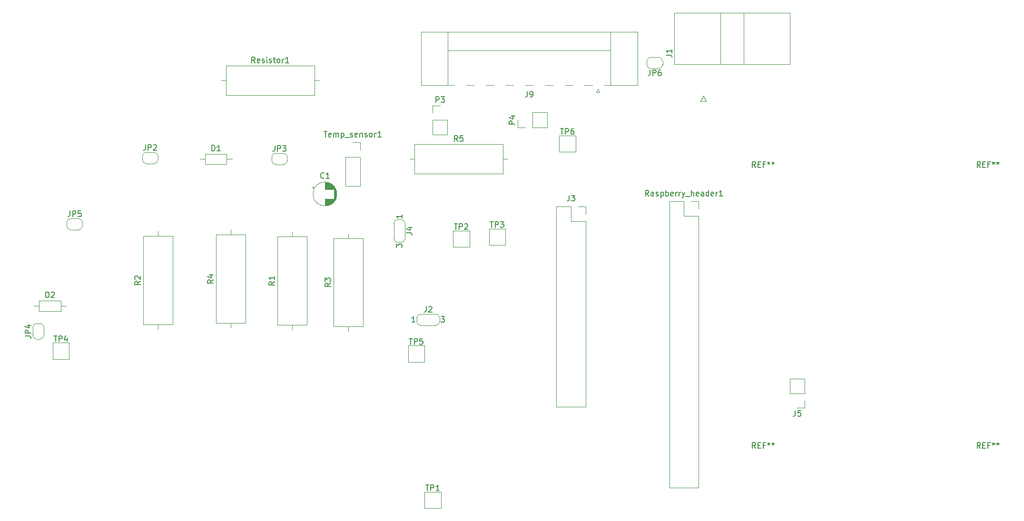
<source format=gbr>
%TF.GenerationSoftware,KiCad,Pcbnew,(5.1.9-0-10_14)*%
%TF.CreationDate,2021-02-25T13:28:52+00:00*%
%TF.ProjectId,base8x,62617365-3878-42e6-9b69-6361645f7063,rev?*%
%TF.SameCoordinates,Original*%
%TF.FileFunction,Legend,Top*%
%TF.FilePolarity,Positive*%
%FSLAX46Y46*%
G04 Gerber Fmt 4.6, Leading zero omitted, Abs format (unit mm)*
G04 Created by KiCad (PCBNEW (5.1.9-0-10_14)) date 2021-02-25 13:28:52*
%MOMM*%
%LPD*%
G01*
G04 APERTURE LIST*
%ADD10C,0.120000*%
%ADD11C,0.150000*%
G04 APERTURE END LIST*
D10*
%TO.C,Raspberry_header1*%
X-221690000Y-52340000D02*
X-219090000Y-52340000D01*
X-221690000Y-52340000D02*
X-221690000Y-103260000D01*
X-221690000Y-103260000D02*
X-216490000Y-103260000D01*
X-216490000Y-54940000D02*
X-216490000Y-103260000D01*
X-219090000Y-54940000D02*
X-216490000Y-54940000D01*
X-219090000Y-52340000D02*
X-219090000Y-54940000D01*
X-216490000Y-52340000D02*
X-216490000Y-53670000D01*
X-217820000Y-52340000D02*
X-216490000Y-52340000D01*
%TO.C,D2*%
X-329011640Y-70898520D02*
X-329961640Y-70898520D01*
X-334751640Y-70898520D02*
X-333801640Y-70898520D01*
X-329961640Y-69978520D02*
X-333801640Y-69978520D01*
X-329961640Y-71818520D02*
X-329961640Y-69978520D01*
X-333801640Y-71818520D02*
X-329961640Y-71818520D01*
X-333801640Y-69978520D02*
X-333801640Y-71818520D01*
%TO.C,D1*%
X-299490000Y-44800000D02*
X-300440000Y-44800000D01*
X-305230000Y-44800000D02*
X-304280000Y-44800000D01*
X-300440000Y-43880000D02*
X-304280000Y-43880000D01*
X-300440000Y-45720000D02*
X-300440000Y-43880000D01*
X-304280000Y-45720000D02*
X-300440000Y-45720000D01*
X-304280000Y-43880000D02*
X-304280000Y-45720000D01*
%TO.C,Resistor1*%
X-283990000Y-30810000D02*
X-284840000Y-30810000D01*
X-301430000Y-30810000D02*
X-300580000Y-30810000D01*
X-284840000Y-28190000D02*
X-300580000Y-28190000D01*
X-284840000Y-33430000D02*
X-284840000Y-28190000D01*
X-300580000Y-33430000D02*
X-284840000Y-33430000D01*
X-300580000Y-28190000D02*
X-300580000Y-33430000D01*
%TO.C,R5*%
X-250461600Y-44780200D02*
X-251311600Y-44780200D01*
X-267901600Y-44780200D02*
X-267051600Y-44780200D01*
X-251311600Y-42160200D02*
X-267051600Y-42160200D01*
X-251311600Y-47400200D02*
X-251311600Y-42160200D01*
X-267051600Y-47400200D02*
X-251311600Y-47400200D01*
X-267051600Y-42160200D02*
X-267051600Y-47400200D01*
%TO.C,R4*%
X-299690000Y-57410000D02*
X-299690000Y-58260000D01*
X-299690000Y-74850000D02*
X-299690000Y-74000000D01*
X-302310000Y-58260000D02*
X-302310000Y-74000000D01*
X-297070000Y-58260000D02*
X-302310000Y-58260000D01*
X-297070000Y-74000000D02*
X-297070000Y-58260000D01*
X-302310000Y-74000000D02*
X-297070000Y-74000000D01*
%TO.C,R3*%
X-278810000Y-58020000D02*
X-278810000Y-58870000D01*
X-278810000Y-75460000D02*
X-278810000Y-74610000D01*
X-281430000Y-58870000D02*
X-281430000Y-74610000D01*
X-276190000Y-58870000D02*
X-281430000Y-58870000D01*
X-276190000Y-74610000D02*
X-276190000Y-58870000D01*
X-281430000Y-74610000D02*
X-276190000Y-74610000D01*
%TO.C,R2*%
X-312650000Y-57640000D02*
X-312650000Y-58490000D01*
X-312650000Y-75080000D02*
X-312650000Y-74230000D01*
X-315270000Y-58490000D02*
X-315270000Y-74230000D01*
X-310030000Y-58490000D02*
X-315270000Y-58490000D01*
X-310030000Y-74230000D02*
X-310030000Y-58490000D01*
X-315270000Y-74230000D02*
X-310030000Y-74230000D01*
%TO.C,R1*%
X-288790000Y-57720000D02*
X-288790000Y-58570000D01*
X-288790000Y-75160000D02*
X-288790000Y-74310000D01*
X-291410000Y-58570000D02*
X-291410000Y-74310000D01*
X-286170000Y-58570000D02*
X-291410000Y-58570000D01*
X-286170000Y-74310000D02*
X-286170000Y-58570000D01*
X-291410000Y-74310000D02*
X-286170000Y-74310000D01*
%TO.C,TP5*%
X-268170000Y-80890000D02*
X-268170000Y-77990000D01*
X-265270000Y-80890000D02*
X-268170000Y-80890000D01*
X-265270000Y-77990000D02*
X-265270000Y-80890000D01*
X-268170000Y-77990000D02*
X-265270000Y-77990000D01*
%TO.C,TP4*%
X-331386000Y-80380000D02*
X-331386000Y-77480000D01*
X-328486000Y-80380000D02*
X-331386000Y-80380000D01*
X-328486000Y-77480000D02*
X-328486000Y-80380000D01*
X-331386000Y-77480000D02*
X-328486000Y-77480000D01*
%TO.C,TP3*%
X-253770000Y-60090000D02*
X-253770000Y-57190000D01*
X-250870000Y-60090000D02*
X-253770000Y-60090000D01*
X-250870000Y-57190000D02*
X-250870000Y-60090000D01*
X-253770000Y-57190000D02*
X-250870000Y-57190000D01*
%TO.C,TP2*%
X-260140000Y-60430000D02*
X-260140000Y-57530000D01*
X-257240000Y-60430000D02*
X-260140000Y-60430000D01*
X-257240000Y-57530000D02*
X-257240000Y-60430000D01*
X-260140000Y-57530000D02*
X-257240000Y-57530000D01*
%TO.C,J1*%
X-215120600Y-34506400D02*
X-215620600Y-33506400D01*
X-216120600Y-34506400D02*
X-215120600Y-34506400D01*
X-215620600Y-33506400D02*
X-216120600Y-34506400D01*
X-200250600Y-27886400D02*
X-220830600Y-27886400D01*
X-200250600Y-18766400D02*
X-200250600Y-27886400D01*
X-220830600Y-18766400D02*
X-200250600Y-18766400D01*
X-220830600Y-27886400D02*
X-220830600Y-18766400D01*
X-208490600Y-27886400D02*
X-208490600Y-18766400D01*
X-212590600Y-27886400D02*
X-212590600Y-18766400D01*
%TO.C,J2*%
X-266004500Y-72367900D02*
X-263204500Y-72367900D01*
X-262554500Y-73067900D02*
X-262554500Y-73667900D01*
X-263204500Y-74367900D02*
X-266004500Y-74367900D01*
X-266654500Y-73667900D02*
X-266654500Y-73067900D01*
X-263254500Y-72367900D02*
G75*
G02*
X-262554500Y-73067900I0J-700000D01*
G01*
X-262554500Y-73667900D02*
G75*
G02*
X-263254500Y-74367900I-700000J0D01*
G01*
X-265954500Y-74367900D02*
G75*
G02*
X-266654500Y-73667900I0J700000D01*
G01*
X-266654500Y-73067900D02*
G75*
G02*
X-265954500Y-72367900I700000J0D01*
G01*
%TO.C,J3*%
X-237910000Y-53240000D02*
X-236580000Y-53240000D01*
X-236580000Y-53240000D02*
X-236580000Y-54570000D01*
X-239180000Y-53240000D02*
X-239180000Y-55840000D01*
X-239180000Y-55840000D02*
X-236580000Y-55840000D01*
X-236580000Y-55840000D02*
X-236580000Y-88920000D01*
X-241780000Y-88920000D02*
X-236580000Y-88920000D01*
X-241780000Y-53240000D02*
X-241780000Y-88920000D01*
X-241780000Y-53240000D02*
X-239180000Y-53240000D01*
%TO.C,J4*%
X-270020000Y-55520000D02*
X-269420000Y-55520000D01*
X-270720000Y-58970000D02*
X-270720000Y-56170000D01*
X-269420000Y-59620000D02*
X-270020000Y-59620000D01*
X-268720000Y-56170000D02*
X-268720000Y-58970000D01*
X-269420000Y-55520000D02*
G75*
G02*
X-268720000Y-56220000I0J-700000D01*
G01*
X-270720000Y-56220000D02*
G75*
G02*
X-270020000Y-55520000I700000J0D01*
G01*
X-270020000Y-59620000D02*
G75*
G02*
X-270720000Y-58920000I0J700000D01*
G01*
X-268720000Y-58920000D02*
G75*
G02*
X-269420000Y-59620000I-700000J0D01*
G01*
%TO.C,J9*%
X-234065800Y-32902200D02*
X-234665800Y-32902200D01*
X-234365800Y-32302200D02*
X-234065800Y-32902200D01*
X-234665800Y-32902200D02*
X-234365800Y-32302200D01*
X-261075800Y-31612200D02*
X-261075800Y-22192200D01*
X-232155800Y-31612200D02*
X-232155800Y-22192200D01*
X-232155800Y-25502200D02*
X-261075800Y-25502200D01*
X-256415800Y-31612200D02*
X-257815800Y-31612200D01*
X-252915800Y-31612200D02*
X-254315800Y-31612200D01*
X-249415800Y-31612200D02*
X-250815800Y-31612200D01*
X-245915800Y-31612200D02*
X-247315800Y-31612200D01*
X-242415800Y-31612200D02*
X-243815800Y-31612200D01*
X-238915800Y-31612200D02*
X-240315800Y-31612200D01*
X-235415800Y-31612200D02*
X-236815800Y-31612200D01*
X-265875800Y-31612200D02*
X-259915800Y-31612200D01*
X-227355800Y-31612200D02*
X-233315800Y-31612200D01*
X-265875800Y-22192200D02*
X-265875800Y-31612200D01*
X-227355800Y-22192200D02*
X-265875800Y-22192200D01*
X-227355800Y-31612200D02*
X-227355800Y-22192200D01*
%TO.C,JP2*%
X-314770000Y-43590000D02*
X-313370000Y-43590000D01*
X-312670000Y-44290000D02*
X-312670000Y-44890000D01*
X-313370000Y-45590000D02*
X-314770000Y-45590000D01*
X-315470000Y-44890000D02*
X-315470000Y-44290000D01*
X-313370000Y-43590000D02*
G75*
G02*
X-312670000Y-44290000I0J-700000D01*
G01*
X-312670000Y-44890000D02*
G75*
G02*
X-313370000Y-45590000I-700000J0D01*
G01*
X-314770000Y-45590000D02*
G75*
G02*
X-315470000Y-44890000I0J700000D01*
G01*
X-315470000Y-44290000D02*
G75*
G02*
X-314770000Y-43590000I700000J0D01*
G01*
%TO.C,JP3*%
X-292440000Y-45050000D02*
X-292440000Y-44450000D01*
X-290340000Y-45750000D02*
X-291740000Y-45750000D01*
X-289640000Y-44450000D02*
X-289640000Y-45050000D01*
X-291740000Y-43750000D02*
X-290340000Y-43750000D01*
X-292440000Y-44450000D02*
G75*
G02*
X-291740000Y-43750000I700000J0D01*
G01*
X-291740000Y-45750000D02*
G75*
G02*
X-292440000Y-45050000I0J700000D01*
G01*
X-289640000Y-45050000D02*
G75*
G02*
X-290340000Y-45750000I-700000J0D01*
G01*
X-290340000Y-43750000D02*
G75*
G02*
X-289640000Y-44450000I0J-700000D01*
G01*
%TO.C,JP4*%
X-334974600Y-76137500D02*
X-334974600Y-74737500D01*
X-334274600Y-74037500D02*
X-333674600Y-74037500D01*
X-332974600Y-74737500D02*
X-332974600Y-76137500D01*
X-333674600Y-76837500D02*
X-334274600Y-76837500D01*
X-334974600Y-74737500D02*
G75*
G02*
X-334274600Y-74037500I700000J0D01*
G01*
X-333674600Y-74037500D02*
G75*
G02*
X-332974600Y-74737500I0J-700000D01*
G01*
X-332974600Y-76137500D02*
G75*
G02*
X-333674600Y-76837500I-700000J0D01*
G01*
X-334274600Y-76837500D02*
G75*
G02*
X-334974600Y-76137500I0J700000D01*
G01*
%TO.C,JP5*%
X-328200000Y-55370000D02*
X-326800000Y-55370000D01*
X-326100000Y-56070000D02*
X-326100000Y-56670000D01*
X-326800000Y-57370000D02*
X-328200000Y-57370000D01*
X-328900000Y-56670000D02*
X-328900000Y-56070000D01*
X-326800000Y-55370000D02*
G75*
G02*
X-326100000Y-56070000I0J-700000D01*
G01*
X-326100000Y-56670000D02*
G75*
G02*
X-326800000Y-57370000I-700000J0D01*
G01*
X-328200000Y-57370000D02*
G75*
G02*
X-328900000Y-56670000I0J700000D01*
G01*
X-328900000Y-56070000D02*
G75*
G02*
X-328200000Y-55370000I700000J0D01*
G01*
%TO.C,JP6*%
X-222882000Y-27386000D02*
X-222882000Y-27986000D01*
X-224982000Y-26686000D02*
X-223582000Y-26686000D01*
X-225682000Y-27986000D02*
X-225682000Y-27386000D01*
X-223582000Y-28686000D02*
X-224982000Y-28686000D01*
X-222882000Y-27986000D02*
G75*
G02*
X-223582000Y-28686000I-700000J0D01*
G01*
X-223582000Y-26686000D02*
G75*
G02*
X-222882000Y-27386000I0J-700000D01*
G01*
X-225682000Y-27386000D02*
G75*
G02*
X-224982000Y-26686000I700000J0D01*
G01*
X-224982000Y-28686000D02*
G75*
G02*
X-225682000Y-27986000I0J700000D01*
G01*
%TO.C,P3*%
X-263830000Y-40450000D02*
X-261170000Y-40450000D01*
X-263830000Y-37850000D02*
X-263830000Y-40450000D01*
X-261170000Y-37850000D02*
X-261170000Y-40450000D01*
X-263830000Y-37850000D02*
X-261170000Y-37850000D01*
X-263830000Y-36580000D02*
X-263830000Y-35250000D01*
X-263830000Y-35250000D02*
X-262500000Y-35250000D01*
%TO.C,P4*%
X-248630000Y-39170000D02*
X-248630000Y-37840000D01*
X-247300000Y-39170000D02*
X-248630000Y-39170000D01*
X-246030000Y-39170000D02*
X-246030000Y-36510000D01*
X-246030000Y-36510000D02*
X-243430000Y-36510000D01*
X-246030000Y-39170000D02*
X-243430000Y-39170000D01*
X-243430000Y-39170000D02*
X-243430000Y-36510000D01*
%TO.C,Temp_sensor1*%
X-278020000Y-41820000D02*
X-276690000Y-41820000D01*
X-276690000Y-41820000D02*
X-276690000Y-43150000D01*
X-276690000Y-44420000D02*
X-276690000Y-49560000D01*
X-279350000Y-49560000D02*
X-276690000Y-49560000D01*
X-279350000Y-44420000D02*
X-279350000Y-49560000D01*
X-279350000Y-44420000D02*
X-276690000Y-44420000D01*
%TO.C,TP1*%
X-265230000Y-104030000D02*
X-262330000Y-104030000D01*
X-262330000Y-104030000D02*
X-262330000Y-106930000D01*
X-262330000Y-106930000D02*
X-265230000Y-106930000D01*
X-265230000Y-106930000D02*
X-265230000Y-104030000D01*
%TO.C,TP6*%
X-241260000Y-43530000D02*
X-241260000Y-40630000D01*
X-238360000Y-43530000D02*
X-241260000Y-43530000D01*
X-238360000Y-40630000D02*
X-238360000Y-43530000D01*
X-241260000Y-40630000D02*
X-238360000Y-40630000D01*
%TO.C,C1*%
X-280848000Y-51003200D02*
G75*
G03*
X-280848000Y-51003200I-2120000J0D01*
G01*
X-282968000Y-51843200D02*
X-282968000Y-53083200D01*
X-282968000Y-48923200D02*
X-282968000Y-50163200D01*
X-282928000Y-51843200D02*
X-282928000Y-53083200D01*
X-282928000Y-48923200D02*
X-282928000Y-50163200D01*
X-282888000Y-51843200D02*
X-282888000Y-53082200D01*
X-282888000Y-48924200D02*
X-282888000Y-50163200D01*
X-282848000Y-48926200D02*
X-282848000Y-50163200D01*
X-282848000Y-51843200D02*
X-282848000Y-53080200D01*
X-282808000Y-48929200D02*
X-282808000Y-50163200D01*
X-282808000Y-51843200D02*
X-282808000Y-53077200D01*
X-282768000Y-48932200D02*
X-282768000Y-50163200D01*
X-282768000Y-51843200D02*
X-282768000Y-53074200D01*
X-282728000Y-48936200D02*
X-282728000Y-50163200D01*
X-282728000Y-51843200D02*
X-282728000Y-53070200D01*
X-282688000Y-48941200D02*
X-282688000Y-50163200D01*
X-282688000Y-51843200D02*
X-282688000Y-53065200D01*
X-282648000Y-48947200D02*
X-282648000Y-50163200D01*
X-282648000Y-51843200D02*
X-282648000Y-53059200D01*
X-282608000Y-48953200D02*
X-282608000Y-50163200D01*
X-282608000Y-51843200D02*
X-282608000Y-53053200D01*
X-282568000Y-48961200D02*
X-282568000Y-50163200D01*
X-282568000Y-51843200D02*
X-282568000Y-53045200D01*
X-282528000Y-48969200D02*
X-282528000Y-50163200D01*
X-282528000Y-51843200D02*
X-282528000Y-53037200D01*
X-282488000Y-48978200D02*
X-282488000Y-50163200D01*
X-282488000Y-51843200D02*
X-282488000Y-53028200D01*
X-282448000Y-48987200D02*
X-282448000Y-50163200D01*
X-282448000Y-51843200D02*
X-282448000Y-53019200D01*
X-282408000Y-48998200D02*
X-282408000Y-50163200D01*
X-282408000Y-51843200D02*
X-282408000Y-53008200D01*
X-282368000Y-49009200D02*
X-282368000Y-50163200D01*
X-282368000Y-51843200D02*
X-282368000Y-52997200D01*
X-282328000Y-49021200D02*
X-282328000Y-50163200D01*
X-282328000Y-51843200D02*
X-282328000Y-52985200D01*
X-282288000Y-49035200D02*
X-282288000Y-50163200D01*
X-282288000Y-51843200D02*
X-282288000Y-52971200D01*
X-282247000Y-49049200D02*
X-282247000Y-50163200D01*
X-282247000Y-51843200D02*
X-282247000Y-52957200D01*
X-282207000Y-49063200D02*
X-282207000Y-50163200D01*
X-282207000Y-51843200D02*
X-282207000Y-52943200D01*
X-282167000Y-49079200D02*
X-282167000Y-50163200D01*
X-282167000Y-51843200D02*
X-282167000Y-52927200D01*
X-282127000Y-49096200D02*
X-282127000Y-50163200D01*
X-282127000Y-51843200D02*
X-282127000Y-52910200D01*
X-282087000Y-49114200D02*
X-282087000Y-50163200D01*
X-282087000Y-51843200D02*
X-282087000Y-52892200D01*
X-282047000Y-49133200D02*
X-282047000Y-50163200D01*
X-282047000Y-51843200D02*
X-282047000Y-52873200D01*
X-282007000Y-49152200D02*
X-282007000Y-50163200D01*
X-282007000Y-51843200D02*
X-282007000Y-52854200D01*
X-281967000Y-49173200D02*
X-281967000Y-50163200D01*
X-281967000Y-51843200D02*
X-281967000Y-52833200D01*
X-281927000Y-49195200D02*
X-281927000Y-50163200D01*
X-281927000Y-51843200D02*
X-281927000Y-52811200D01*
X-281887000Y-49218200D02*
X-281887000Y-50163200D01*
X-281887000Y-51843200D02*
X-281887000Y-52788200D01*
X-281847000Y-49243200D02*
X-281847000Y-50163200D01*
X-281847000Y-51843200D02*
X-281847000Y-52763200D01*
X-281807000Y-49268200D02*
X-281807000Y-50163200D01*
X-281807000Y-51843200D02*
X-281807000Y-52738200D01*
X-281767000Y-49295200D02*
X-281767000Y-50163200D01*
X-281767000Y-51843200D02*
X-281767000Y-52711200D01*
X-281727000Y-49323200D02*
X-281727000Y-50163200D01*
X-281727000Y-51843200D02*
X-281727000Y-52683200D01*
X-281687000Y-49353200D02*
X-281687000Y-50163200D01*
X-281687000Y-51843200D02*
X-281687000Y-52653200D01*
X-281647000Y-49384200D02*
X-281647000Y-50163200D01*
X-281647000Y-51843200D02*
X-281647000Y-52622200D01*
X-281607000Y-49416200D02*
X-281607000Y-50163200D01*
X-281607000Y-51843200D02*
X-281607000Y-52590200D01*
X-281567000Y-49451200D02*
X-281567000Y-50163200D01*
X-281567000Y-51843200D02*
X-281567000Y-52555200D01*
X-281527000Y-49487200D02*
X-281527000Y-50163200D01*
X-281527000Y-51843200D02*
X-281527000Y-52519200D01*
X-281487000Y-49525200D02*
X-281487000Y-50163200D01*
X-281487000Y-51843200D02*
X-281487000Y-52481200D01*
X-281447000Y-49565200D02*
X-281447000Y-50163200D01*
X-281447000Y-51843200D02*
X-281447000Y-52441200D01*
X-281407000Y-49607200D02*
X-281407000Y-50163200D01*
X-281407000Y-51843200D02*
X-281407000Y-52399200D01*
X-281367000Y-49652200D02*
X-281367000Y-52354200D01*
X-281327000Y-49699200D02*
X-281327000Y-52307200D01*
X-281287000Y-49749200D02*
X-281287000Y-52257200D01*
X-281247000Y-49803200D02*
X-281247000Y-52203200D01*
X-281207000Y-49861200D02*
X-281207000Y-52145200D01*
X-281167000Y-49923200D02*
X-281167000Y-52083200D01*
X-281127000Y-49990200D02*
X-281127000Y-52016200D01*
X-281087000Y-50063200D02*
X-281087000Y-51943200D01*
X-281047000Y-50144200D02*
X-281047000Y-51862200D01*
X-281007000Y-50235200D02*
X-281007000Y-51771200D01*
X-280967000Y-50339200D02*
X-280967000Y-51667200D01*
X-280927000Y-50466200D02*
X-280927000Y-51540200D01*
X-280887000Y-50633200D02*
X-280887000Y-51373200D01*
X-285237801Y-49808200D02*
X-284837801Y-49808200D01*
X-285037801Y-49608200D02*
X-285037801Y-50008200D01*
%TO.C,J5*%
X-197600000Y-89080000D02*
X-198930000Y-89080000D01*
X-197600000Y-87750000D02*
X-197600000Y-89080000D01*
X-197600000Y-86480000D02*
X-200260000Y-86480000D01*
X-200260000Y-86480000D02*
X-200260000Y-83880000D01*
X-197600000Y-86480000D02*
X-197600000Y-83880000D01*
X-197600000Y-83880000D02*
X-200260000Y-83880000D01*
%TO.C,REF\u002A\u002A*%
D11*
X-166333333Y-96252380D02*
X-166666666Y-95776190D01*
X-166904761Y-96252380D02*
X-166904761Y-95252380D01*
X-166523809Y-95252380D01*
X-166428571Y-95300000D01*
X-166380952Y-95347619D01*
X-166333333Y-95442857D01*
X-166333333Y-95585714D01*
X-166380952Y-95680952D01*
X-166428571Y-95728571D01*
X-166523809Y-95776190D01*
X-166904761Y-95776190D01*
X-165904761Y-95728571D02*
X-165571428Y-95728571D01*
X-165428571Y-96252380D02*
X-165904761Y-96252380D01*
X-165904761Y-95252380D01*
X-165428571Y-95252380D01*
X-164666666Y-95728571D02*
X-165000000Y-95728571D01*
X-165000000Y-96252380D02*
X-165000000Y-95252380D01*
X-164523809Y-95252380D01*
X-164000000Y-95252380D02*
X-164000000Y-95490476D01*
X-164238095Y-95395238D02*
X-164000000Y-95490476D01*
X-163761904Y-95395238D01*
X-164142857Y-95680952D02*
X-164000000Y-95490476D01*
X-163857142Y-95680952D01*
X-163238095Y-95252380D02*
X-163238095Y-95490476D01*
X-163476190Y-95395238D02*
X-163238095Y-95490476D01*
X-163000000Y-95395238D01*
X-163380952Y-95680952D02*
X-163238095Y-95490476D01*
X-163095238Y-95680952D01*
X-166333333Y-46252380D02*
X-166666666Y-45776190D01*
X-166904761Y-46252380D02*
X-166904761Y-45252380D01*
X-166523809Y-45252380D01*
X-166428571Y-45300000D01*
X-166380952Y-45347619D01*
X-166333333Y-45442857D01*
X-166333333Y-45585714D01*
X-166380952Y-45680952D01*
X-166428571Y-45728571D01*
X-166523809Y-45776190D01*
X-166904761Y-45776190D01*
X-165904761Y-45728571D02*
X-165571428Y-45728571D01*
X-165428571Y-46252380D02*
X-165904761Y-46252380D01*
X-165904761Y-45252380D01*
X-165428571Y-45252380D01*
X-164666666Y-45728571D02*
X-165000000Y-45728571D01*
X-165000000Y-46252380D02*
X-165000000Y-45252380D01*
X-164523809Y-45252380D01*
X-164000000Y-45252380D02*
X-164000000Y-45490476D01*
X-164238095Y-45395238D02*
X-164000000Y-45490476D01*
X-163761904Y-45395238D01*
X-164142857Y-45680952D02*
X-164000000Y-45490476D01*
X-163857142Y-45680952D01*
X-163238095Y-45252380D02*
X-163238095Y-45490476D01*
X-163476190Y-45395238D02*
X-163238095Y-45490476D01*
X-163000000Y-45395238D01*
X-163380952Y-45680952D02*
X-163238095Y-45490476D01*
X-163095238Y-45680952D01*
X-206333333Y-46252380D02*
X-206666666Y-45776190D01*
X-206904761Y-46252380D02*
X-206904761Y-45252380D01*
X-206523809Y-45252380D01*
X-206428571Y-45300000D01*
X-206380952Y-45347619D01*
X-206333333Y-45442857D01*
X-206333333Y-45585714D01*
X-206380952Y-45680952D01*
X-206428571Y-45728571D01*
X-206523809Y-45776190D01*
X-206904761Y-45776190D01*
X-205904761Y-45728571D02*
X-205571428Y-45728571D01*
X-205428571Y-46252380D02*
X-205904761Y-46252380D01*
X-205904761Y-45252380D01*
X-205428571Y-45252380D01*
X-204666666Y-45728571D02*
X-205000000Y-45728571D01*
X-205000000Y-46252380D02*
X-205000000Y-45252380D01*
X-204523809Y-45252380D01*
X-204000000Y-45252380D02*
X-204000000Y-45490476D01*
X-204238095Y-45395238D02*
X-204000000Y-45490476D01*
X-203761904Y-45395238D01*
X-204142857Y-45680952D02*
X-204000000Y-45490476D01*
X-203857142Y-45680952D01*
X-203238095Y-45252380D02*
X-203238095Y-45490476D01*
X-203476190Y-45395238D02*
X-203238095Y-45490476D01*
X-203000000Y-45395238D01*
X-203380952Y-45680952D02*
X-203238095Y-45490476D01*
X-203095238Y-45680952D01*
X-206333333Y-96252380D02*
X-206666666Y-95776190D01*
X-206904761Y-96252380D02*
X-206904761Y-95252380D01*
X-206523809Y-95252380D01*
X-206428571Y-95300000D01*
X-206380952Y-95347619D01*
X-206333333Y-95442857D01*
X-206333333Y-95585714D01*
X-206380952Y-95680952D01*
X-206428571Y-95728571D01*
X-206523809Y-95776190D01*
X-206904761Y-95776190D01*
X-205904761Y-95728571D02*
X-205571428Y-95728571D01*
X-205428571Y-96252380D02*
X-205904761Y-96252380D01*
X-205904761Y-95252380D01*
X-205428571Y-95252380D01*
X-204666666Y-95728571D02*
X-205000000Y-95728571D01*
X-205000000Y-96252380D02*
X-205000000Y-95252380D01*
X-204523809Y-95252380D01*
X-204000000Y-95252380D02*
X-204000000Y-95490476D01*
X-204238095Y-95395238D02*
X-204000000Y-95490476D01*
X-203761904Y-95395238D01*
X-204142857Y-95680952D02*
X-204000000Y-95490476D01*
X-203857142Y-95680952D01*
X-203238095Y-95252380D02*
X-203238095Y-95490476D01*
X-203476190Y-95395238D02*
X-203238095Y-95490476D01*
X-203000000Y-95395238D01*
X-203380952Y-95680952D02*
X-203238095Y-95490476D01*
X-203095238Y-95680952D01*
%TO.C,Raspberry_header1*%
X-225351904Y-51352380D02*
X-225685238Y-50876190D01*
X-225923333Y-51352380D02*
X-225923333Y-50352380D01*
X-225542380Y-50352380D01*
X-225447142Y-50400000D01*
X-225399523Y-50447619D01*
X-225351904Y-50542857D01*
X-225351904Y-50685714D01*
X-225399523Y-50780952D01*
X-225447142Y-50828571D01*
X-225542380Y-50876190D01*
X-225923333Y-50876190D01*
X-224494761Y-51352380D02*
X-224494761Y-50828571D01*
X-224542380Y-50733333D01*
X-224637619Y-50685714D01*
X-224828095Y-50685714D01*
X-224923333Y-50733333D01*
X-224494761Y-51304761D02*
X-224590000Y-51352380D01*
X-224828095Y-51352380D01*
X-224923333Y-51304761D01*
X-224970952Y-51209523D01*
X-224970952Y-51114285D01*
X-224923333Y-51019047D01*
X-224828095Y-50971428D01*
X-224590000Y-50971428D01*
X-224494761Y-50923809D01*
X-224066190Y-51304761D02*
X-223970952Y-51352380D01*
X-223780476Y-51352380D01*
X-223685238Y-51304761D01*
X-223637619Y-51209523D01*
X-223637619Y-51161904D01*
X-223685238Y-51066666D01*
X-223780476Y-51019047D01*
X-223923333Y-51019047D01*
X-224018571Y-50971428D01*
X-224066190Y-50876190D01*
X-224066190Y-50828571D01*
X-224018571Y-50733333D01*
X-223923333Y-50685714D01*
X-223780476Y-50685714D01*
X-223685238Y-50733333D01*
X-223209047Y-50685714D02*
X-223209047Y-51685714D01*
X-223209047Y-50733333D02*
X-223113809Y-50685714D01*
X-222923333Y-50685714D01*
X-222828095Y-50733333D01*
X-222780476Y-50780952D01*
X-222732857Y-50876190D01*
X-222732857Y-51161904D01*
X-222780476Y-51257142D01*
X-222828095Y-51304761D01*
X-222923333Y-51352380D01*
X-223113809Y-51352380D01*
X-223209047Y-51304761D01*
X-222304285Y-51352380D02*
X-222304285Y-50352380D01*
X-222304285Y-50733333D02*
X-222209047Y-50685714D01*
X-222018571Y-50685714D01*
X-221923333Y-50733333D01*
X-221875714Y-50780952D01*
X-221828095Y-50876190D01*
X-221828095Y-51161904D01*
X-221875714Y-51257142D01*
X-221923333Y-51304761D01*
X-222018571Y-51352380D01*
X-222209047Y-51352380D01*
X-222304285Y-51304761D01*
X-221018571Y-51304761D02*
X-221113809Y-51352380D01*
X-221304285Y-51352380D01*
X-221399523Y-51304761D01*
X-221447142Y-51209523D01*
X-221447142Y-50828571D01*
X-221399523Y-50733333D01*
X-221304285Y-50685714D01*
X-221113809Y-50685714D01*
X-221018571Y-50733333D01*
X-220970952Y-50828571D01*
X-220970952Y-50923809D01*
X-221447142Y-51019047D01*
X-220542380Y-51352380D02*
X-220542380Y-50685714D01*
X-220542380Y-50876190D02*
X-220494761Y-50780952D01*
X-220447142Y-50733333D01*
X-220351904Y-50685714D01*
X-220256666Y-50685714D01*
X-219923333Y-51352380D02*
X-219923333Y-50685714D01*
X-219923333Y-50876190D02*
X-219875714Y-50780952D01*
X-219828095Y-50733333D01*
X-219732857Y-50685714D01*
X-219637619Y-50685714D01*
X-219399523Y-50685714D02*
X-219161428Y-51352380D01*
X-218923333Y-50685714D02*
X-219161428Y-51352380D01*
X-219256666Y-51590476D01*
X-219304285Y-51638095D01*
X-219399523Y-51685714D01*
X-218780476Y-51447619D02*
X-218018571Y-51447619D01*
X-217780476Y-51352380D02*
X-217780476Y-50352380D01*
X-217351904Y-51352380D02*
X-217351904Y-50828571D01*
X-217399523Y-50733333D01*
X-217494761Y-50685714D01*
X-217637619Y-50685714D01*
X-217732857Y-50733333D01*
X-217780476Y-50780952D01*
X-216494761Y-51304761D02*
X-216590000Y-51352380D01*
X-216780476Y-51352380D01*
X-216875714Y-51304761D01*
X-216923333Y-51209523D01*
X-216923333Y-50828571D01*
X-216875714Y-50733333D01*
X-216780476Y-50685714D01*
X-216590000Y-50685714D01*
X-216494761Y-50733333D01*
X-216447142Y-50828571D01*
X-216447142Y-50923809D01*
X-216923333Y-51019047D01*
X-215590000Y-51352380D02*
X-215590000Y-50828571D01*
X-215637619Y-50733333D01*
X-215732857Y-50685714D01*
X-215923333Y-50685714D01*
X-216018571Y-50733333D01*
X-215590000Y-51304761D02*
X-215685238Y-51352380D01*
X-215923333Y-51352380D01*
X-216018571Y-51304761D01*
X-216066190Y-51209523D01*
X-216066190Y-51114285D01*
X-216018571Y-51019047D01*
X-215923333Y-50971428D01*
X-215685238Y-50971428D01*
X-215590000Y-50923809D01*
X-214685238Y-51352380D02*
X-214685238Y-50352380D01*
X-214685238Y-51304761D02*
X-214780476Y-51352380D01*
X-214970952Y-51352380D01*
X-215066190Y-51304761D01*
X-215113809Y-51257142D01*
X-215161428Y-51161904D01*
X-215161428Y-50876190D01*
X-215113809Y-50780952D01*
X-215066190Y-50733333D01*
X-214970952Y-50685714D01*
X-214780476Y-50685714D01*
X-214685238Y-50733333D01*
X-213828095Y-51304761D02*
X-213923333Y-51352380D01*
X-214113809Y-51352380D01*
X-214209047Y-51304761D01*
X-214256666Y-51209523D01*
X-214256666Y-50828571D01*
X-214209047Y-50733333D01*
X-214113809Y-50685714D01*
X-213923333Y-50685714D01*
X-213828095Y-50733333D01*
X-213780476Y-50828571D01*
X-213780476Y-50923809D01*
X-214256666Y-51019047D01*
X-213351904Y-51352380D02*
X-213351904Y-50685714D01*
X-213351904Y-50876190D02*
X-213304285Y-50780952D01*
X-213256666Y-50733333D01*
X-213161428Y-50685714D01*
X-213066190Y-50685714D01*
X-212209047Y-51352380D02*
X-212780476Y-51352380D01*
X-212494761Y-51352380D02*
X-212494761Y-50352380D01*
X-212590000Y-50495238D01*
X-212685238Y-50590476D01*
X-212780476Y-50638095D01*
%TO.C,D2*%
X-332619735Y-69430900D02*
X-332619735Y-68430900D01*
X-332381640Y-68430900D01*
X-332238782Y-68478520D01*
X-332143544Y-68573758D01*
X-332095925Y-68668996D01*
X-332048306Y-68859472D01*
X-332048306Y-69002329D01*
X-332095925Y-69192805D01*
X-332143544Y-69288043D01*
X-332238782Y-69383281D01*
X-332381640Y-69430900D01*
X-332619735Y-69430900D01*
X-331667354Y-68526139D02*
X-331619735Y-68478520D01*
X-331524497Y-68430900D01*
X-331286401Y-68430900D01*
X-331191163Y-68478520D01*
X-331143544Y-68526139D01*
X-331095925Y-68621377D01*
X-331095925Y-68716615D01*
X-331143544Y-68859472D01*
X-331714973Y-69430900D01*
X-331095925Y-69430900D01*
%TO.C,D1*%
X-303098095Y-43332380D02*
X-303098095Y-42332380D01*
X-302860000Y-42332380D01*
X-302717142Y-42380000D01*
X-302621904Y-42475238D01*
X-302574285Y-42570476D01*
X-302526666Y-42760952D01*
X-302526666Y-42903809D01*
X-302574285Y-43094285D01*
X-302621904Y-43189523D01*
X-302717142Y-43284761D01*
X-302860000Y-43332380D01*
X-303098095Y-43332380D01*
X-301574285Y-43332380D02*
X-302145714Y-43332380D01*
X-301860000Y-43332380D02*
X-301860000Y-42332380D01*
X-301955238Y-42475238D01*
X-302050476Y-42570476D01*
X-302145714Y-42618095D01*
%TO.C,Resistor1*%
X-295400476Y-27642380D02*
X-295733809Y-27166190D01*
X-295971904Y-27642380D02*
X-295971904Y-26642380D01*
X-295590952Y-26642380D01*
X-295495714Y-26690000D01*
X-295448095Y-26737619D01*
X-295400476Y-26832857D01*
X-295400476Y-26975714D01*
X-295448095Y-27070952D01*
X-295495714Y-27118571D01*
X-295590952Y-27166190D01*
X-295971904Y-27166190D01*
X-294590952Y-27594761D02*
X-294686190Y-27642380D01*
X-294876666Y-27642380D01*
X-294971904Y-27594761D01*
X-295019523Y-27499523D01*
X-295019523Y-27118571D01*
X-294971904Y-27023333D01*
X-294876666Y-26975714D01*
X-294686190Y-26975714D01*
X-294590952Y-27023333D01*
X-294543333Y-27118571D01*
X-294543333Y-27213809D01*
X-295019523Y-27309047D01*
X-294162380Y-27594761D02*
X-294067142Y-27642380D01*
X-293876666Y-27642380D01*
X-293781428Y-27594761D01*
X-293733809Y-27499523D01*
X-293733809Y-27451904D01*
X-293781428Y-27356666D01*
X-293876666Y-27309047D01*
X-294019523Y-27309047D01*
X-294114761Y-27261428D01*
X-294162380Y-27166190D01*
X-294162380Y-27118571D01*
X-294114761Y-27023333D01*
X-294019523Y-26975714D01*
X-293876666Y-26975714D01*
X-293781428Y-27023333D01*
X-293305238Y-27642380D02*
X-293305238Y-26975714D01*
X-293305238Y-26642380D02*
X-293352857Y-26690000D01*
X-293305238Y-26737619D01*
X-293257619Y-26690000D01*
X-293305238Y-26642380D01*
X-293305238Y-26737619D01*
X-292876666Y-27594761D02*
X-292781428Y-27642380D01*
X-292590952Y-27642380D01*
X-292495714Y-27594761D01*
X-292448095Y-27499523D01*
X-292448095Y-27451904D01*
X-292495714Y-27356666D01*
X-292590952Y-27309047D01*
X-292733809Y-27309047D01*
X-292829047Y-27261428D01*
X-292876666Y-27166190D01*
X-292876666Y-27118571D01*
X-292829047Y-27023333D01*
X-292733809Y-26975714D01*
X-292590952Y-26975714D01*
X-292495714Y-27023333D01*
X-292162380Y-26975714D02*
X-291781428Y-26975714D01*
X-292019523Y-26642380D02*
X-292019523Y-27499523D01*
X-291971904Y-27594761D01*
X-291876666Y-27642380D01*
X-291781428Y-27642380D01*
X-291305238Y-27642380D02*
X-291400476Y-27594761D01*
X-291448095Y-27547142D01*
X-291495714Y-27451904D01*
X-291495714Y-27166190D01*
X-291448095Y-27070952D01*
X-291400476Y-27023333D01*
X-291305238Y-26975714D01*
X-291162380Y-26975714D01*
X-291067142Y-27023333D01*
X-291019523Y-27070952D01*
X-290971904Y-27166190D01*
X-290971904Y-27451904D01*
X-291019523Y-27547142D01*
X-291067142Y-27594761D01*
X-291162380Y-27642380D01*
X-291305238Y-27642380D01*
X-290543333Y-27642380D02*
X-290543333Y-26975714D01*
X-290543333Y-27166190D02*
X-290495714Y-27070952D01*
X-290448095Y-27023333D01*
X-290352857Y-26975714D01*
X-290257619Y-26975714D01*
X-289400476Y-27642380D02*
X-289971904Y-27642380D01*
X-289686190Y-27642380D02*
X-289686190Y-26642380D01*
X-289781428Y-26785238D01*
X-289876666Y-26880476D01*
X-289971904Y-26928095D01*
%TO.C,R5*%
X-259348266Y-41612580D02*
X-259681600Y-41136390D01*
X-259919695Y-41612580D02*
X-259919695Y-40612580D01*
X-259538742Y-40612580D01*
X-259443504Y-40660200D01*
X-259395885Y-40707819D01*
X-259348266Y-40803057D01*
X-259348266Y-40945914D01*
X-259395885Y-41041152D01*
X-259443504Y-41088771D01*
X-259538742Y-41136390D01*
X-259919695Y-41136390D01*
X-258443504Y-40612580D02*
X-258919695Y-40612580D01*
X-258967314Y-41088771D01*
X-258919695Y-41041152D01*
X-258824457Y-40993533D01*
X-258586361Y-40993533D01*
X-258491123Y-41041152D01*
X-258443504Y-41088771D01*
X-258395885Y-41184009D01*
X-258395885Y-41422104D01*
X-258443504Y-41517342D01*
X-258491123Y-41564961D01*
X-258586361Y-41612580D01*
X-258824457Y-41612580D01*
X-258919695Y-41564961D01*
X-258967314Y-41517342D01*
%TO.C,R4*%
X-302857619Y-66296666D02*
X-303333809Y-66630000D01*
X-302857619Y-66868095D02*
X-303857619Y-66868095D01*
X-303857619Y-66487142D01*
X-303810000Y-66391904D01*
X-303762380Y-66344285D01*
X-303667142Y-66296666D01*
X-303524285Y-66296666D01*
X-303429047Y-66344285D01*
X-303381428Y-66391904D01*
X-303333809Y-66487142D01*
X-303333809Y-66868095D01*
X-303524285Y-65439523D02*
X-302857619Y-65439523D01*
X-303905238Y-65677619D02*
X-303190952Y-65915714D01*
X-303190952Y-65296666D01*
%TO.C,R3*%
X-281977619Y-66906666D02*
X-282453809Y-67240000D01*
X-281977619Y-67478095D02*
X-282977619Y-67478095D01*
X-282977619Y-67097142D01*
X-282930000Y-67001904D01*
X-282882380Y-66954285D01*
X-282787142Y-66906666D01*
X-282644285Y-66906666D01*
X-282549047Y-66954285D01*
X-282501428Y-67001904D01*
X-282453809Y-67097142D01*
X-282453809Y-67478095D01*
X-282977619Y-66573333D02*
X-282977619Y-65954285D01*
X-282596666Y-66287619D01*
X-282596666Y-66144761D01*
X-282549047Y-66049523D01*
X-282501428Y-66001904D01*
X-282406190Y-65954285D01*
X-282168095Y-65954285D01*
X-282072857Y-66001904D01*
X-282025238Y-66049523D01*
X-281977619Y-66144761D01*
X-281977619Y-66430476D01*
X-282025238Y-66525714D01*
X-282072857Y-66573333D01*
%TO.C,R2*%
X-315817619Y-66526666D02*
X-316293809Y-66860000D01*
X-315817619Y-67098095D02*
X-316817619Y-67098095D01*
X-316817619Y-66717142D01*
X-316770000Y-66621904D01*
X-316722380Y-66574285D01*
X-316627142Y-66526666D01*
X-316484285Y-66526666D01*
X-316389047Y-66574285D01*
X-316341428Y-66621904D01*
X-316293809Y-66717142D01*
X-316293809Y-67098095D01*
X-316722380Y-66145714D02*
X-316770000Y-66098095D01*
X-316817619Y-66002857D01*
X-316817619Y-65764761D01*
X-316770000Y-65669523D01*
X-316722380Y-65621904D01*
X-316627142Y-65574285D01*
X-316531904Y-65574285D01*
X-316389047Y-65621904D01*
X-315817619Y-66193333D01*
X-315817619Y-65574285D01*
%TO.C,R1*%
X-291957619Y-66606666D02*
X-292433809Y-66940000D01*
X-291957619Y-67178095D02*
X-292957619Y-67178095D01*
X-292957619Y-66797142D01*
X-292910000Y-66701904D01*
X-292862380Y-66654285D01*
X-292767142Y-66606666D01*
X-292624285Y-66606666D01*
X-292529047Y-66654285D01*
X-292481428Y-66701904D01*
X-292433809Y-66797142D01*
X-292433809Y-67178095D01*
X-291957619Y-65654285D02*
X-291957619Y-66225714D01*
X-291957619Y-65940000D02*
X-292957619Y-65940000D01*
X-292814761Y-66035238D01*
X-292719523Y-66130476D01*
X-292671904Y-66225714D01*
%TO.C,TP5*%
X-267981904Y-76744380D02*
X-267410476Y-76744380D01*
X-267696190Y-77744380D02*
X-267696190Y-76744380D01*
X-267077142Y-77744380D02*
X-267077142Y-76744380D01*
X-266696190Y-76744380D01*
X-266600952Y-76792000D01*
X-266553333Y-76839619D01*
X-266505714Y-76934857D01*
X-266505714Y-77077714D01*
X-266553333Y-77172952D01*
X-266600952Y-77220571D01*
X-266696190Y-77268190D01*
X-267077142Y-77268190D01*
X-265600952Y-76744380D02*
X-266077142Y-76744380D01*
X-266124761Y-77220571D01*
X-266077142Y-77172952D01*
X-265981904Y-77125333D01*
X-265743809Y-77125333D01*
X-265648571Y-77172952D01*
X-265600952Y-77220571D01*
X-265553333Y-77315809D01*
X-265553333Y-77553904D01*
X-265600952Y-77649142D01*
X-265648571Y-77696761D01*
X-265743809Y-77744380D01*
X-265981904Y-77744380D01*
X-266077142Y-77696761D01*
X-266124761Y-77649142D01*
%TO.C,TP4*%
X-331197904Y-76234380D02*
X-330626476Y-76234380D01*
X-330912190Y-77234380D02*
X-330912190Y-76234380D01*
X-330293142Y-77234380D02*
X-330293142Y-76234380D01*
X-329912190Y-76234380D01*
X-329816952Y-76282000D01*
X-329769333Y-76329619D01*
X-329721714Y-76424857D01*
X-329721714Y-76567714D01*
X-329769333Y-76662952D01*
X-329816952Y-76710571D01*
X-329912190Y-76758190D01*
X-330293142Y-76758190D01*
X-328864571Y-76567714D02*
X-328864571Y-77234380D01*
X-329102666Y-76186761D02*
X-329340761Y-76901047D01*
X-328721714Y-76901047D01*
%TO.C,TP3*%
X-253581904Y-55944380D02*
X-253010476Y-55944380D01*
X-253296190Y-56944380D02*
X-253296190Y-55944380D01*
X-252677142Y-56944380D02*
X-252677142Y-55944380D01*
X-252296190Y-55944380D01*
X-252200952Y-55992000D01*
X-252153333Y-56039619D01*
X-252105714Y-56134857D01*
X-252105714Y-56277714D01*
X-252153333Y-56372952D01*
X-252200952Y-56420571D01*
X-252296190Y-56468190D01*
X-252677142Y-56468190D01*
X-251772380Y-55944380D02*
X-251153333Y-55944380D01*
X-251486666Y-56325333D01*
X-251343809Y-56325333D01*
X-251248571Y-56372952D01*
X-251200952Y-56420571D01*
X-251153333Y-56515809D01*
X-251153333Y-56753904D01*
X-251200952Y-56849142D01*
X-251248571Y-56896761D01*
X-251343809Y-56944380D01*
X-251629523Y-56944380D01*
X-251724761Y-56896761D01*
X-251772380Y-56849142D01*
%TO.C,TP2*%
X-259951904Y-56284380D02*
X-259380476Y-56284380D01*
X-259666190Y-57284380D02*
X-259666190Y-56284380D01*
X-259047142Y-57284380D02*
X-259047142Y-56284380D01*
X-258666190Y-56284380D01*
X-258570952Y-56332000D01*
X-258523333Y-56379619D01*
X-258475714Y-56474857D01*
X-258475714Y-56617714D01*
X-258523333Y-56712952D01*
X-258570952Y-56760571D01*
X-258666190Y-56808190D01*
X-259047142Y-56808190D01*
X-258094761Y-56379619D02*
X-258047142Y-56332000D01*
X-257951904Y-56284380D01*
X-257713809Y-56284380D01*
X-257618571Y-56332000D01*
X-257570952Y-56379619D01*
X-257523333Y-56474857D01*
X-257523333Y-56570095D01*
X-257570952Y-56712952D01*
X-258142380Y-57284380D01*
X-257523333Y-57284380D01*
%TO.C,J1*%
X-222268219Y-26274733D02*
X-221553933Y-26274733D01*
X-221411076Y-26322352D01*
X-221315838Y-26417590D01*
X-221268219Y-26560447D01*
X-221268219Y-26655685D01*
X-221268219Y-25274733D02*
X-221268219Y-25846161D01*
X-221268219Y-25560447D02*
X-222268219Y-25560447D01*
X-222125361Y-25655685D01*
X-222030123Y-25750923D01*
X-221982504Y-25846161D01*
%TO.C,J2*%
X-264937833Y-71020280D02*
X-264937833Y-71734566D01*
X-264985452Y-71877423D01*
X-265080690Y-71972661D01*
X-265223547Y-72020280D01*
X-265318785Y-72020280D01*
X-264509261Y-71115519D02*
X-264461642Y-71067900D01*
X-264366404Y-71020280D01*
X-264128309Y-71020280D01*
X-264033071Y-71067900D01*
X-263985452Y-71115519D01*
X-263937833Y-71210757D01*
X-263937833Y-71305995D01*
X-263985452Y-71448852D01*
X-264556880Y-72020280D01*
X-263937833Y-72020280D01*
X-262337833Y-72820280D02*
X-261718785Y-72820280D01*
X-262052119Y-73201233D01*
X-261909261Y-73201233D01*
X-261814023Y-73248852D01*
X-261766404Y-73296471D01*
X-261718785Y-73391709D01*
X-261718785Y-73629804D01*
X-261766404Y-73725042D01*
X-261814023Y-73772661D01*
X-261909261Y-73820280D01*
X-262194976Y-73820280D01*
X-262290214Y-73772661D01*
X-262337833Y-73725042D01*
X-266918785Y-73820280D02*
X-267490214Y-73820280D01*
X-267204500Y-73820280D02*
X-267204500Y-72820280D01*
X-267299738Y-72963138D01*
X-267394976Y-73058376D01*
X-267490214Y-73105995D01*
%TO.C,J3*%
X-239513333Y-51252380D02*
X-239513333Y-51966666D01*
X-239560952Y-52109523D01*
X-239656190Y-52204761D01*
X-239799047Y-52252380D01*
X-239894285Y-52252380D01*
X-239132380Y-51252380D02*
X-238513333Y-51252380D01*
X-238846666Y-51633333D01*
X-238703809Y-51633333D01*
X-238608571Y-51680952D01*
X-238560952Y-51728571D01*
X-238513333Y-51823809D01*
X-238513333Y-52061904D01*
X-238560952Y-52157142D01*
X-238608571Y-52204761D01*
X-238703809Y-52252380D01*
X-238989523Y-52252380D01*
X-239084761Y-52204761D01*
X-239132380Y-52157142D01*
%TO.C,J4*%
X-268467619Y-57903333D02*
X-267753333Y-57903333D01*
X-267610476Y-57950952D01*
X-267515238Y-58046190D01*
X-267467619Y-58189047D01*
X-267467619Y-58284285D01*
X-268134285Y-56998571D02*
X-267467619Y-56998571D01*
X-268515238Y-57236666D02*
X-267800952Y-57474761D01*
X-267800952Y-56855714D01*
X-269267619Y-54684285D02*
X-269267619Y-55255714D01*
X-269267619Y-54970000D02*
X-270267619Y-54970000D01*
X-270124761Y-55065238D01*
X-270029523Y-55160476D01*
X-269981904Y-55255714D01*
X-270267619Y-60503333D02*
X-270267619Y-59884285D01*
X-269886666Y-60217619D01*
X-269886666Y-60074761D01*
X-269839047Y-59979523D01*
X-269791428Y-59931904D01*
X-269696190Y-59884285D01*
X-269458095Y-59884285D01*
X-269362857Y-59931904D01*
X-269315238Y-59979523D01*
X-269267619Y-60074761D01*
X-269267619Y-60360476D01*
X-269315238Y-60455714D01*
X-269362857Y-60503333D01*
%TO.C,J9*%
X-246949133Y-32754580D02*
X-246949133Y-33468866D01*
X-246996752Y-33611723D01*
X-247091990Y-33706961D01*
X-247234847Y-33754580D01*
X-247330085Y-33754580D01*
X-246425323Y-33754580D02*
X-246234847Y-33754580D01*
X-246139609Y-33706961D01*
X-246091990Y-33659342D01*
X-245996752Y-33516485D01*
X-245949133Y-33326009D01*
X-245949133Y-32945057D01*
X-245996752Y-32849819D01*
X-246044371Y-32802200D01*
X-246139609Y-32754580D01*
X-246330085Y-32754580D01*
X-246425323Y-32802200D01*
X-246472942Y-32849819D01*
X-246520561Y-32945057D01*
X-246520561Y-33183152D01*
X-246472942Y-33278390D01*
X-246425323Y-33326009D01*
X-246330085Y-33373628D01*
X-246139609Y-33373628D01*
X-246044371Y-33326009D01*
X-245996752Y-33278390D01*
X-245949133Y-33183152D01*
%TO.C,JP2*%
X-314903333Y-42242380D02*
X-314903333Y-42956666D01*
X-314950952Y-43099523D01*
X-315046190Y-43194761D01*
X-315189047Y-43242380D01*
X-315284285Y-43242380D01*
X-314427142Y-43242380D02*
X-314427142Y-42242380D01*
X-314046190Y-42242380D01*
X-313950952Y-42290000D01*
X-313903333Y-42337619D01*
X-313855714Y-42432857D01*
X-313855714Y-42575714D01*
X-313903333Y-42670952D01*
X-313950952Y-42718571D01*
X-314046190Y-42766190D01*
X-314427142Y-42766190D01*
X-313474761Y-42337619D02*
X-313427142Y-42290000D01*
X-313331904Y-42242380D01*
X-313093809Y-42242380D01*
X-312998571Y-42290000D01*
X-312950952Y-42337619D01*
X-312903333Y-42432857D01*
X-312903333Y-42528095D01*
X-312950952Y-42670952D01*
X-313522380Y-43242380D01*
X-312903333Y-43242380D01*
%TO.C,JP3*%
X-291873333Y-42402380D02*
X-291873333Y-43116666D01*
X-291920952Y-43259523D01*
X-292016190Y-43354761D01*
X-292159047Y-43402380D01*
X-292254285Y-43402380D01*
X-291397142Y-43402380D02*
X-291397142Y-42402380D01*
X-291016190Y-42402380D01*
X-290920952Y-42450000D01*
X-290873333Y-42497619D01*
X-290825714Y-42592857D01*
X-290825714Y-42735714D01*
X-290873333Y-42830952D01*
X-290920952Y-42878571D01*
X-291016190Y-42926190D01*
X-291397142Y-42926190D01*
X-290492380Y-42402380D02*
X-289873333Y-42402380D01*
X-290206666Y-42783333D01*
X-290063809Y-42783333D01*
X-289968571Y-42830952D01*
X-289920952Y-42878571D01*
X-289873333Y-42973809D01*
X-289873333Y-43211904D01*
X-289920952Y-43307142D01*
X-289968571Y-43354761D01*
X-290063809Y-43402380D01*
X-290349523Y-43402380D01*
X-290444761Y-43354761D01*
X-290492380Y-43307142D01*
%TO.C,JP4*%
X-336322219Y-76270833D02*
X-335607933Y-76270833D01*
X-335465076Y-76318452D01*
X-335369838Y-76413690D01*
X-335322219Y-76556547D01*
X-335322219Y-76651785D01*
X-335322219Y-75794642D02*
X-336322219Y-75794642D01*
X-336322219Y-75413690D01*
X-336274600Y-75318452D01*
X-336226980Y-75270833D01*
X-336131742Y-75223214D01*
X-335988885Y-75223214D01*
X-335893647Y-75270833D01*
X-335846028Y-75318452D01*
X-335798409Y-75413690D01*
X-335798409Y-75794642D01*
X-335988885Y-74366071D02*
X-335322219Y-74366071D01*
X-336369838Y-74604166D02*
X-335655552Y-74842261D01*
X-335655552Y-74223214D01*
%TO.C,JP5*%
X-328333333Y-54022380D02*
X-328333333Y-54736666D01*
X-328380952Y-54879523D01*
X-328476190Y-54974761D01*
X-328619047Y-55022380D01*
X-328714285Y-55022380D01*
X-327857142Y-55022380D02*
X-327857142Y-54022380D01*
X-327476190Y-54022380D01*
X-327380952Y-54070000D01*
X-327333333Y-54117619D01*
X-327285714Y-54212857D01*
X-327285714Y-54355714D01*
X-327333333Y-54450952D01*
X-327380952Y-54498571D01*
X-327476190Y-54546190D01*
X-327857142Y-54546190D01*
X-326380952Y-54022380D02*
X-326857142Y-54022380D01*
X-326904761Y-54498571D01*
X-326857142Y-54450952D01*
X-326761904Y-54403333D01*
X-326523809Y-54403333D01*
X-326428571Y-54450952D01*
X-326380952Y-54498571D01*
X-326333333Y-54593809D01*
X-326333333Y-54831904D01*
X-326380952Y-54927142D01*
X-326428571Y-54974761D01*
X-326523809Y-55022380D01*
X-326761904Y-55022380D01*
X-326857142Y-54974761D01*
X-326904761Y-54927142D01*
%TO.C,JP6*%
X-225115333Y-28938380D02*
X-225115333Y-29652666D01*
X-225162952Y-29795523D01*
X-225258190Y-29890761D01*
X-225401047Y-29938380D01*
X-225496285Y-29938380D01*
X-224639142Y-29938380D02*
X-224639142Y-28938380D01*
X-224258190Y-28938380D01*
X-224162952Y-28986000D01*
X-224115333Y-29033619D01*
X-224067714Y-29128857D01*
X-224067714Y-29271714D01*
X-224115333Y-29366952D01*
X-224162952Y-29414571D01*
X-224258190Y-29462190D01*
X-224639142Y-29462190D01*
X-223210571Y-28938380D02*
X-223401047Y-28938380D01*
X-223496285Y-28986000D01*
X-223543904Y-29033619D01*
X-223639142Y-29176476D01*
X-223686761Y-29366952D01*
X-223686761Y-29747904D01*
X-223639142Y-29843142D01*
X-223591523Y-29890761D01*
X-223496285Y-29938380D01*
X-223305809Y-29938380D01*
X-223210571Y-29890761D01*
X-223162952Y-29843142D01*
X-223115333Y-29747904D01*
X-223115333Y-29509809D01*
X-223162952Y-29414571D01*
X-223210571Y-29366952D01*
X-223305809Y-29319333D01*
X-223496285Y-29319333D01*
X-223591523Y-29366952D01*
X-223639142Y-29414571D01*
X-223686761Y-29509809D01*
%TO.C,P3*%
X-263238095Y-34702380D02*
X-263238095Y-33702380D01*
X-262857142Y-33702380D01*
X-262761904Y-33750000D01*
X-262714285Y-33797619D01*
X-262666666Y-33892857D01*
X-262666666Y-34035714D01*
X-262714285Y-34130952D01*
X-262761904Y-34178571D01*
X-262857142Y-34226190D01*
X-263238095Y-34226190D01*
X-262333333Y-33702380D02*
X-261714285Y-33702380D01*
X-262047619Y-34083333D01*
X-261904761Y-34083333D01*
X-261809523Y-34130952D01*
X-261761904Y-34178571D01*
X-261714285Y-34273809D01*
X-261714285Y-34511904D01*
X-261761904Y-34607142D01*
X-261809523Y-34654761D01*
X-261904761Y-34702380D01*
X-262190476Y-34702380D01*
X-262285714Y-34654761D01*
X-262333333Y-34607142D01*
%TO.C,P4*%
X-249177619Y-38578095D02*
X-250177619Y-38578095D01*
X-250177619Y-38197142D01*
X-250130000Y-38101904D01*
X-250082380Y-38054285D01*
X-249987142Y-38006666D01*
X-249844285Y-38006666D01*
X-249749047Y-38054285D01*
X-249701428Y-38101904D01*
X-249653809Y-38197142D01*
X-249653809Y-38578095D01*
X-249844285Y-37149523D02*
X-249177619Y-37149523D01*
X-250225238Y-37387619D02*
X-249510952Y-37625714D01*
X-249510952Y-37006666D01*
%TO.C,Temp_sensor1*%
X-283162857Y-39832380D02*
X-282591428Y-39832380D01*
X-282877142Y-40832380D02*
X-282877142Y-39832380D01*
X-281877142Y-40784761D02*
X-281972380Y-40832380D01*
X-282162857Y-40832380D01*
X-282258095Y-40784761D01*
X-282305714Y-40689523D01*
X-282305714Y-40308571D01*
X-282258095Y-40213333D01*
X-282162857Y-40165714D01*
X-281972380Y-40165714D01*
X-281877142Y-40213333D01*
X-281829523Y-40308571D01*
X-281829523Y-40403809D01*
X-282305714Y-40499047D01*
X-281400952Y-40832380D02*
X-281400952Y-40165714D01*
X-281400952Y-40260952D02*
X-281353333Y-40213333D01*
X-281258095Y-40165714D01*
X-281115238Y-40165714D01*
X-281020000Y-40213333D01*
X-280972380Y-40308571D01*
X-280972380Y-40832380D01*
X-280972380Y-40308571D02*
X-280924761Y-40213333D01*
X-280829523Y-40165714D01*
X-280686666Y-40165714D01*
X-280591428Y-40213333D01*
X-280543809Y-40308571D01*
X-280543809Y-40832380D01*
X-280067619Y-40165714D02*
X-280067619Y-41165714D01*
X-280067619Y-40213333D02*
X-279972380Y-40165714D01*
X-279781904Y-40165714D01*
X-279686666Y-40213333D01*
X-279639047Y-40260952D01*
X-279591428Y-40356190D01*
X-279591428Y-40641904D01*
X-279639047Y-40737142D01*
X-279686666Y-40784761D01*
X-279781904Y-40832380D01*
X-279972380Y-40832380D01*
X-280067619Y-40784761D01*
X-279400952Y-40927619D02*
X-278639047Y-40927619D01*
X-278448571Y-40784761D02*
X-278353333Y-40832380D01*
X-278162857Y-40832380D01*
X-278067619Y-40784761D01*
X-278020000Y-40689523D01*
X-278020000Y-40641904D01*
X-278067619Y-40546666D01*
X-278162857Y-40499047D01*
X-278305714Y-40499047D01*
X-278400952Y-40451428D01*
X-278448571Y-40356190D01*
X-278448571Y-40308571D01*
X-278400952Y-40213333D01*
X-278305714Y-40165714D01*
X-278162857Y-40165714D01*
X-278067619Y-40213333D01*
X-277210476Y-40784761D02*
X-277305714Y-40832380D01*
X-277496190Y-40832380D01*
X-277591428Y-40784761D01*
X-277639047Y-40689523D01*
X-277639047Y-40308571D01*
X-277591428Y-40213333D01*
X-277496190Y-40165714D01*
X-277305714Y-40165714D01*
X-277210476Y-40213333D01*
X-277162857Y-40308571D01*
X-277162857Y-40403809D01*
X-277639047Y-40499047D01*
X-276734285Y-40165714D02*
X-276734285Y-40832380D01*
X-276734285Y-40260952D02*
X-276686666Y-40213333D01*
X-276591428Y-40165714D01*
X-276448571Y-40165714D01*
X-276353333Y-40213333D01*
X-276305714Y-40308571D01*
X-276305714Y-40832380D01*
X-275877142Y-40784761D02*
X-275781904Y-40832380D01*
X-275591428Y-40832380D01*
X-275496190Y-40784761D01*
X-275448571Y-40689523D01*
X-275448571Y-40641904D01*
X-275496190Y-40546666D01*
X-275591428Y-40499047D01*
X-275734285Y-40499047D01*
X-275829523Y-40451428D01*
X-275877142Y-40356190D01*
X-275877142Y-40308571D01*
X-275829523Y-40213333D01*
X-275734285Y-40165714D01*
X-275591428Y-40165714D01*
X-275496190Y-40213333D01*
X-274877142Y-40832380D02*
X-274972380Y-40784761D01*
X-275020000Y-40737142D01*
X-275067619Y-40641904D01*
X-275067619Y-40356190D01*
X-275020000Y-40260952D01*
X-274972380Y-40213333D01*
X-274877142Y-40165714D01*
X-274734285Y-40165714D01*
X-274639047Y-40213333D01*
X-274591428Y-40260952D01*
X-274543809Y-40356190D01*
X-274543809Y-40641904D01*
X-274591428Y-40737142D01*
X-274639047Y-40784761D01*
X-274734285Y-40832380D01*
X-274877142Y-40832380D01*
X-274115238Y-40832380D02*
X-274115238Y-40165714D01*
X-274115238Y-40356190D02*
X-274067619Y-40260952D01*
X-274020000Y-40213333D01*
X-273924761Y-40165714D01*
X-273829523Y-40165714D01*
X-272972380Y-40832380D02*
X-273543809Y-40832380D01*
X-273258095Y-40832380D02*
X-273258095Y-39832380D01*
X-273353333Y-39975238D01*
X-273448571Y-40070476D01*
X-273543809Y-40118095D01*
%TO.C,TP1*%
X-265041904Y-102784380D02*
X-264470476Y-102784380D01*
X-264756190Y-103784380D02*
X-264756190Y-102784380D01*
X-264137142Y-103784380D02*
X-264137142Y-102784380D01*
X-263756190Y-102784380D01*
X-263660952Y-102832000D01*
X-263613333Y-102879619D01*
X-263565714Y-102974857D01*
X-263565714Y-103117714D01*
X-263613333Y-103212952D01*
X-263660952Y-103260571D01*
X-263756190Y-103308190D01*
X-264137142Y-103308190D01*
X-262613333Y-103784380D02*
X-263184761Y-103784380D01*
X-262899047Y-103784380D02*
X-262899047Y-102784380D01*
X-262994285Y-102927238D01*
X-263089523Y-103022476D01*
X-263184761Y-103070095D01*
%TO.C,TP6*%
X-241071904Y-39384380D02*
X-240500476Y-39384380D01*
X-240786190Y-40384380D02*
X-240786190Y-39384380D01*
X-240167142Y-40384380D02*
X-240167142Y-39384380D01*
X-239786190Y-39384380D01*
X-239690952Y-39432000D01*
X-239643333Y-39479619D01*
X-239595714Y-39574857D01*
X-239595714Y-39717714D01*
X-239643333Y-39812952D01*
X-239690952Y-39860571D01*
X-239786190Y-39908190D01*
X-240167142Y-39908190D01*
X-238738571Y-39384380D02*
X-238929047Y-39384380D01*
X-239024285Y-39432000D01*
X-239071904Y-39479619D01*
X-239167142Y-39622476D01*
X-239214761Y-39812952D01*
X-239214761Y-40193904D01*
X-239167142Y-40289142D01*
X-239119523Y-40336761D01*
X-239024285Y-40384380D01*
X-238833809Y-40384380D01*
X-238738571Y-40336761D01*
X-238690952Y-40289142D01*
X-238643333Y-40193904D01*
X-238643333Y-39955809D01*
X-238690952Y-39860571D01*
X-238738571Y-39812952D01*
X-238833809Y-39765333D01*
X-239024285Y-39765333D01*
X-239119523Y-39812952D01*
X-239167142Y-39860571D01*
X-239214761Y-39955809D01*
%TO.C,C1*%
X-283134666Y-48110342D02*
X-283182285Y-48157961D01*
X-283325142Y-48205580D01*
X-283420380Y-48205580D01*
X-283563238Y-48157961D01*
X-283658476Y-48062723D01*
X-283706095Y-47967485D01*
X-283753714Y-47777009D01*
X-283753714Y-47634152D01*
X-283706095Y-47443676D01*
X-283658476Y-47348438D01*
X-283563238Y-47253200D01*
X-283420380Y-47205580D01*
X-283325142Y-47205580D01*
X-283182285Y-47253200D01*
X-283134666Y-47300819D01*
X-282182285Y-48205580D02*
X-282753714Y-48205580D01*
X-282468000Y-48205580D02*
X-282468000Y-47205580D01*
X-282563238Y-47348438D01*
X-282658476Y-47443676D01*
X-282753714Y-47491295D01*
%TO.C,J5*%
X-199263333Y-89532380D02*
X-199263333Y-90246666D01*
X-199310952Y-90389523D01*
X-199406190Y-90484761D01*
X-199549047Y-90532380D01*
X-199644285Y-90532380D01*
X-198310952Y-89532380D02*
X-198787142Y-89532380D01*
X-198834761Y-90008571D01*
X-198787142Y-89960952D01*
X-198691904Y-89913333D01*
X-198453809Y-89913333D01*
X-198358571Y-89960952D01*
X-198310952Y-90008571D01*
X-198263333Y-90103809D01*
X-198263333Y-90341904D01*
X-198310952Y-90437142D01*
X-198358571Y-90484761D01*
X-198453809Y-90532380D01*
X-198691904Y-90532380D01*
X-198787142Y-90484761D01*
X-198834761Y-90437142D01*
%TD*%
M02*

</source>
